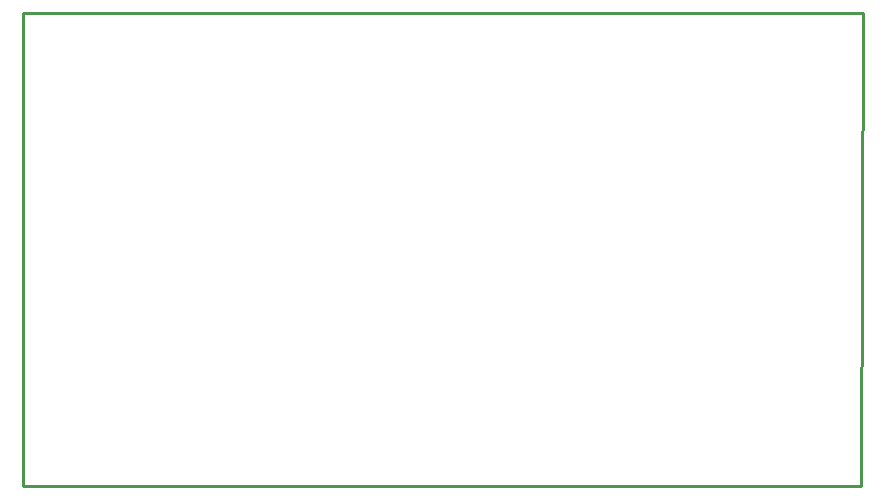
<source format=gko>
G04 Layer: BoardOutline*
G04 EasyEDA v6.4.19.5, 2021-05-22T19:54:24+02:00*
G04 a9b393c6b906431c8adc5fb22f429070,c38686c9fe6447858fcbf2546f174441,10*
G04 Gerber Generator version 0.2*
G04 Scale: 100 percent, Rotated: No, Reflected: No *
G04 Dimensions in millimeters *
G04 leading zeros omitted , absolute positions ,4 integer and 5 decimal *
%FSLAX45Y45*%
%MOMM*%

%ADD10C,0.2540*%
D10*
X7112000Y812800D02*
G01*
X12700Y812800D01*
X12700Y4813300D02*
G01*
X7124700Y4813300D01*
X7112000Y812800D01*
X12700Y812800D02*
G01*
X12700Y4813300D01*

%LPD*%
M02*

</source>
